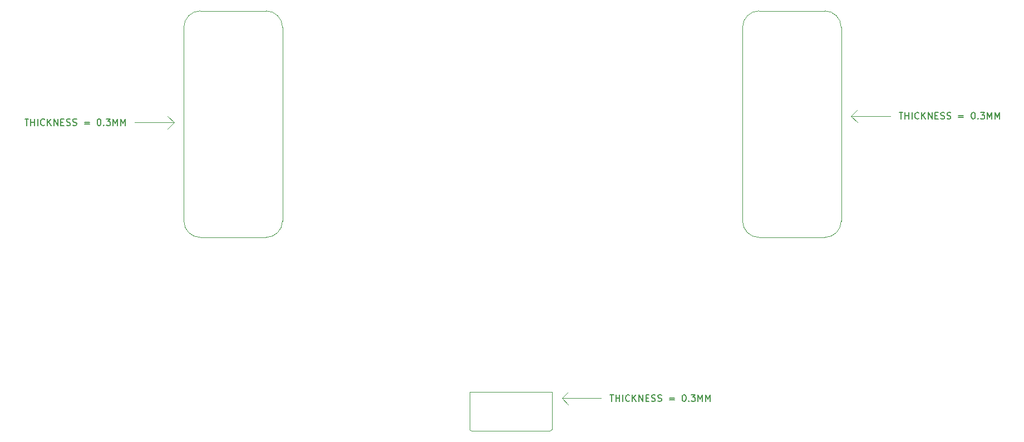
<source format=gbr>
%TF.GenerationSoftware,KiCad,Pcbnew,8.0.3-8.0.3-0~ubuntu23.10.1*%
%TF.CreationDate,2024-10-21T12:16:31-04:00*%
%TF.ProjectId,neck_electrode,6e65636b-5f65-46c6-9563-74726f64652e,rev?*%
%TF.SameCoordinates,Original*%
%TF.FileFunction,Other,User*%
%FSLAX46Y46*%
G04 Gerber Fmt 4.6, Leading zero omitted, Abs format (unit mm)*
G04 Created by KiCad (PCBNEW 8.0.3-8.0.3-0~ubuntu23.10.1) date 2024-10-21 12:16:31*
%MOMM*%
%LPD*%
G01*
G04 APERTURE LIST*
%ADD10C,0.100000*%
%ADD11C,0.150000*%
G04 APERTURE END LIST*
D10*
X185000000Y-94500000D02*
G75*
G02*
X182500000Y-92000000I0J2500000D01*
G01*
X100000000Y-94500000D02*
G75*
G02*
X97500000Y-92000000I0J2500000D01*
G01*
X195000000Y-60000000D02*
G75*
G02*
X197500000Y-62500000I0J-2500000D01*
G01*
X199000000Y-76000000D02*
X200000000Y-77000000D01*
X112500000Y-62500000D02*
X112500000Y-92000000D01*
X200000000Y-75000000D02*
X199000000Y-76000000D01*
X197500000Y-92000000D02*
G75*
G02*
X195000000Y-94500000I-2500000J0D01*
G01*
X90000000Y-77000000D02*
X96000000Y-77000000D01*
X155000000Y-119000000D02*
X156000000Y-118000000D01*
X205000000Y-76000000D02*
X199000000Y-76000000D01*
X182500000Y-92000000D02*
X182500000Y-62500000D01*
X185000000Y-60000000D02*
X195000000Y-60000000D01*
X199000000Y-76000000D02*
X200000000Y-75000000D01*
X110000000Y-60000000D02*
G75*
G02*
X112500000Y-62500000I0J-2500000D01*
G01*
X96000000Y-77000000D02*
X95000000Y-78000000D01*
X110000000Y-94500000D02*
X100000000Y-94500000D01*
X195000000Y-94500000D02*
X185000000Y-94500000D01*
X100000000Y-60000000D02*
X110000000Y-60000000D01*
X197500000Y-62500000D02*
X197500000Y-92000000D01*
X97500000Y-62500000D02*
G75*
G02*
X100000000Y-60000000I2500000J0D01*
G01*
X95000000Y-78000000D02*
X96000000Y-77000000D01*
X96000000Y-77000000D02*
X95000000Y-76000000D01*
X155000000Y-119000000D02*
X156000000Y-120000000D01*
X112500000Y-92000000D02*
G75*
G02*
X110000000Y-94500000I-2500000J0D01*
G01*
X161000000Y-119000000D02*
X155000000Y-119000000D01*
X182500000Y-62500000D02*
G75*
G02*
X185000000Y-60000000I2500000J0D01*
G01*
X156000000Y-118000000D02*
X155000000Y-119000000D01*
X97500000Y-92000000D02*
X97500000Y-62500000D01*
D11*
X162309524Y-118454819D02*
X162880952Y-118454819D01*
X162595238Y-119454819D02*
X162595238Y-118454819D01*
X163214286Y-119454819D02*
X163214286Y-118454819D01*
X163214286Y-118931009D02*
X163785714Y-118931009D01*
X163785714Y-119454819D02*
X163785714Y-118454819D01*
X164261905Y-119454819D02*
X164261905Y-118454819D01*
X165309523Y-119359580D02*
X165261904Y-119407200D01*
X165261904Y-119407200D02*
X165119047Y-119454819D01*
X165119047Y-119454819D02*
X165023809Y-119454819D01*
X165023809Y-119454819D02*
X164880952Y-119407200D01*
X164880952Y-119407200D02*
X164785714Y-119311961D01*
X164785714Y-119311961D02*
X164738095Y-119216723D01*
X164738095Y-119216723D02*
X164690476Y-119026247D01*
X164690476Y-119026247D02*
X164690476Y-118883390D01*
X164690476Y-118883390D02*
X164738095Y-118692914D01*
X164738095Y-118692914D02*
X164785714Y-118597676D01*
X164785714Y-118597676D02*
X164880952Y-118502438D01*
X164880952Y-118502438D02*
X165023809Y-118454819D01*
X165023809Y-118454819D02*
X165119047Y-118454819D01*
X165119047Y-118454819D02*
X165261904Y-118502438D01*
X165261904Y-118502438D02*
X165309523Y-118550057D01*
X165738095Y-119454819D02*
X165738095Y-118454819D01*
X166309523Y-119454819D02*
X165880952Y-118883390D01*
X166309523Y-118454819D02*
X165738095Y-119026247D01*
X166738095Y-119454819D02*
X166738095Y-118454819D01*
X166738095Y-118454819D02*
X167309523Y-119454819D01*
X167309523Y-119454819D02*
X167309523Y-118454819D01*
X167785714Y-118931009D02*
X168119047Y-118931009D01*
X168261904Y-119454819D02*
X167785714Y-119454819D01*
X167785714Y-119454819D02*
X167785714Y-118454819D01*
X167785714Y-118454819D02*
X168261904Y-118454819D01*
X168642857Y-119407200D02*
X168785714Y-119454819D01*
X168785714Y-119454819D02*
X169023809Y-119454819D01*
X169023809Y-119454819D02*
X169119047Y-119407200D01*
X169119047Y-119407200D02*
X169166666Y-119359580D01*
X169166666Y-119359580D02*
X169214285Y-119264342D01*
X169214285Y-119264342D02*
X169214285Y-119169104D01*
X169214285Y-119169104D02*
X169166666Y-119073866D01*
X169166666Y-119073866D02*
X169119047Y-119026247D01*
X169119047Y-119026247D02*
X169023809Y-118978628D01*
X169023809Y-118978628D02*
X168833333Y-118931009D01*
X168833333Y-118931009D02*
X168738095Y-118883390D01*
X168738095Y-118883390D02*
X168690476Y-118835771D01*
X168690476Y-118835771D02*
X168642857Y-118740533D01*
X168642857Y-118740533D02*
X168642857Y-118645295D01*
X168642857Y-118645295D02*
X168690476Y-118550057D01*
X168690476Y-118550057D02*
X168738095Y-118502438D01*
X168738095Y-118502438D02*
X168833333Y-118454819D01*
X168833333Y-118454819D02*
X169071428Y-118454819D01*
X169071428Y-118454819D02*
X169214285Y-118502438D01*
X169595238Y-119407200D02*
X169738095Y-119454819D01*
X169738095Y-119454819D02*
X169976190Y-119454819D01*
X169976190Y-119454819D02*
X170071428Y-119407200D01*
X170071428Y-119407200D02*
X170119047Y-119359580D01*
X170119047Y-119359580D02*
X170166666Y-119264342D01*
X170166666Y-119264342D02*
X170166666Y-119169104D01*
X170166666Y-119169104D02*
X170119047Y-119073866D01*
X170119047Y-119073866D02*
X170071428Y-119026247D01*
X170071428Y-119026247D02*
X169976190Y-118978628D01*
X169976190Y-118978628D02*
X169785714Y-118931009D01*
X169785714Y-118931009D02*
X169690476Y-118883390D01*
X169690476Y-118883390D02*
X169642857Y-118835771D01*
X169642857Y-118835771D02*
X169595238Y-118740533D01*
X169595238Y-118740533D02*
X169595238Y-118645295D01*
X169595238Y-118645295D02*
X169642857Y-118550057D01*
X169642857Y-118550057D02*
X169690476Y-118502438D01*
X169690476Y-118502438D02*
X169785714Y-118454819D01*
X169785714Y-118454819D02*
X170023809Y-118454819D01*
X170023809Y-118454819D02*
X170166666Y-118502438D01*
X171357143Y-118931009D02*
X172119048Y-118931009D01*
X172119048Y-119216723D02*
X171357143Y-119216723D01*
X173547619Y-118454819D02*
X173642857Y-118454819D01*
X173642857Y-118454819D02*
X173738095Y-118502438D01*
X173738095Y-118502438D02*
X173785714Y-118550057D01*
X173785714Y-118550057D02*
X173833333Y-118645295D01*
X173833333Y-118645295D02*
X173880952Y-118835771D01*
X173880952Y-118835771D02*
X173880952Y-119073866D01*
X173880952Y-119073866D02*
X173833333Y-119264342D01*
X173833333Y-119264342D02*
X173785714Y-119359580D01*
X173785714Y-119359580D02*
X173738095Y-119407200D01*
X173738095Y-119407200D02*
X173642857Y-119454819D01*
X173642857Y-119454819D02*
X173547619Y-119454819D01*
X173547619Y-119454819D02*
X173452381Y-119407200D01*
X173452381Y-119407200D02*
X173404762Y-119359580D01*
X173404762Y-119359580D02*
X173357143Y-119264342D01*
X173357143Y-119264342D02*
X173309524Y-119073866D01*
X173309524Y-119073866D02*
X173309524Y-118835771D01*
X173309524Y-118835771D02*
X173357143Y-118645295D01*
X173357143Y-118645295D02*
X173404762Y-118550057D01*
X173404762Y-118550057D02*
X173452381Y-118502438D01*
X173452381Y-118502438D02*
X173547619Y-118454819D01*
X174309524Y-119359580D02*
X174357143Y-119407200D01*
X174357143Y-119407200D02*
X174309524Y-119454819D01*
X174309524Y-119454819D02*
X174261905Y-119407200D01*
X174261905Y-119407200D02*
X174309524Y-119359580D01*
X174309524Y-119359580D02*
X174309524Y-119454819D01*
X174690476Y-118454819D02*
X175309523Y-118454819D01*
X175309523Y-118454819D02*
X174976190Y-118835771D01*
X174976190Y-118835771D02*
X175119047Y-118835771D01*
X175119047Y-118835771D02*
X175214285Y-118883390D01*
X175214285Y-118883390D02*
X175261904Y-118931009D01*
X175261904Y-118931009D02*
X175309523Y-119026247D01*
X175309523Y-119026247D02*
X175309523Y-119264342D01*
X175309523Y-119264342D02*
X175261904Y-119359580D01*
X175261904Y-119359580D02*
X175214285Y-119407200D01*
X175214285Y-119407200D02*
X175119047Y-119454819D01*
X175119047Y-119454819D02*
X174833333Y-119454819D01*
X174833333Y-119454819D02*
X174738095Y-119407200D01*
X174738095Y-119407200D02*
X174690476Y-119359580D01*
X175738095Y-119454819D02*
X175738095Y-118454819D01*
X175738095Y-118454819D02*
X176071428Y-119169104D01*
X176071428Y-119169104D02*
X176404761Y-118454819D01*
X176404761Y-118454819D02*
X176404761Y-119454819D01*
X176880952Y-119454819D02*
X176880952Y-118454819D01*
X176880952Y-118454819D02*
X177214285Y-119169104D01*
X177214285Y-119169104D02*
X177547618Y-118454819D01*
X177547618Y-118454819D02*
X177547618Y-119454819D01*
X206309524Y-75454819D02*
X206880952Y-75454819D01*
X206595238Y-76454819D02*
X206595238Y-75454819D01*
X207214286Y-76454819D02*
X207214286Y-75454819D01*
X207214286Y-75931009D02*
X207785714Y-75931009D01*
X207785714Y-76454819D02*
X207785714Y-75454819D01*
X208261905Y-76454819D02*
X208261905Y-75454819D01*
X209309523Y-76359580D02*
X209261904Y-76407200D01*
X209261904Y-76407200D02*
X209119047Y-76454819D01*
X209119047Y-76454819D02*
X209023809Y-76454819D01*
X209023809Y-76454819D02*
X208880952Y-76407200D01*
X208880952Y-76407200D02*
X208785714Y-76311961D01*
X208785714Y-76311961D02*
X208738095Y-76216723D01*
X208738095Y-76216723D02*
X208690476Y-76026247D01*
X208690476Y-76026247D02*
X208690476Y-75883390D01*
X208690476Y-75883390D02*
X208738095Y-75692914D01*
X208738095Y-75692914D02*
X208785714Y-75597676D01*
X208785714Y-75597676D02*
X208880952Y-75502438D01*
X208880952Y-75502438D02*
X209023809Y-75454819D01*
X209023809Y-75454819D02*
X209119047Y-75454819D01*
X209119047Y-75454819D02*
X209261904Y-75502438D01*
X209261904Y-75502438D02*
X209309523Y-75550057D01*
X209738095Y-76454819D02*
X209738095Y-75454819D01*
X210309523Y-76454819D02*
X209880952Y-75883390D01*
X210309523Y-75454819D02*
X209738095Y-76026247D01*
X210738095Y-76454819D02*
X210738095Y-75454819D01*
X210738095Y-75454819D02*
X211309523Y-76454819D01*
X211309523Y-76454819D02*
X211309523Y-75454819D01*
X211785714Y-75931009D02*
X212119047Y-75931009D01*
X212261904Y-76454819D02*
X211785714Y-76454819D01*
X211785714Y-76454819D02*
X211785714Y-75454819D01*
X211785714Y-75454819D02*
X212261904Y-75454819D01*
X212642857Y-76407200D02*
X212785714Y-76454819D01*
X212785714Y-76454819D02*
X213023809Y-76454819D01*
X213023809Y-76454819D02*
X213119047Y-76407200D01*
X213119047Y-76407200D02*
X213166666Y-76359580D01*
X213166666Y-76359580D02*
X213214285Y-76264342D01*
X213214285Y-76264342D02*
X213214285Y-76169104D01*
X213214285Y-76169104D02*
X213166666Y-76073866D01*
X213166666Y-76073866D02*
X213119047Y-76026247D01*
X213119047Y-76026247D02*
X213023809Y-75978628D01*
X213023809Y-75978628D02*
X212833333Y-75931009D01*
X212833333Y-75931009D02*
X212738095Y-75883390D01*
X212738095Y-75883390D02*
X212690476Y-75835771D01*
X212690476Y-75835771D02*
X212642857Y-75740533D01*
X212642857Y-75740533D02*
X212642857Y-75645295D01*
X212642857Y-75645295D02*
X212690476Y-75550057D01*
X212690476Y-75550057D02*
X212738095Y-75502438D01*
X212738095Y-75502438D02*
X212833333Y-75454819D01*
X212833333Y-75454819D02*
X213071428Y-75454819D01*
X213071428Y-75454819D02*
X213214285Y-75502438D01*
X213595238Y-76407200D02*
X213738095Y-76454819D01*
X213738095Y-76454819D02*
X213976190Y-76454819D01*
X213976190Y-76454819D02*
X214071428Y-76407200D01*
X214071428Y-76407200D02*
X214119047Y-76359580D01*
X214119047Y-76359580D02*
X214166666Y-76264342D01*
X214166666Y-76264342D02*
X214166666Y-76169104D01*
X214166666Y-76169104D02*
X214119047Y-76073866D01*
X214119047Y-76073866D02*
X214071428Y-76026247D01*
X214071428Y-76026247D02*
X213976190Y-75978628D01*
X213976190Y-75978628D02*
X213785714Y-75931009D01*
X213785714Y-75931009D02*
X213690476Y-75883390D01*
X213690476Y-75883390D02*
X213642857Y-75835771D01*
X213642857Y-75835771D02*
X213595238Y-75740533D01*
X213595238Y-75740533D02*
X213595238Y-75645295D01*
X213595238Y-75645295D02*
X213642857Y-75550057D01*
X213642857Y-75550057D02*
X213690476Y-75502438D01*
X213690476Y-75502438D02*
X213785714Y-75454819D01*
X213785714Y-75454819D02*
X214023809Y-75454819D01*
X214023809Y-75454819D02*
X214166666Y-75502438D01*
X215357143Y-75931009D02*
X216119048Y-75931009D01*
X216119048Y-76216723D02*
X215357143Y-76216723D01*
X217547619Y-75454819D02*
X217642857Y-75454819D01*
X217642857Y-75454819D02*
X217738095Y-75502438D01*
X217738095Y-75502438D02*
X217785714Y-75550057D01*
X217785714Y-75550057D02*
X217833333Y-75645295D01*
X217833333Y-75645295D02*
X217880952Y-75835771D01*
X217880952Y-75835771D02*
X217880952Y-76073866D01*
X217880952Y-76073866D02*
X217833333Y-76264342D01*
X217833333Y-76264342D02*
X217785714Y-76359580D01*
X217785714Y-76359580D02*
X217738095Y-76407200D01*
X217738095Y-76407200D02*
X217642857Y-76454819D01*
X217642857Y-76454819D02*
X217547619Y-76454819D01*
X217547619Y-76454819D02*
X217452381Y-76407200D01*
X217452381Y-76407200D02*
X217404762Y-76359580D01*
X217404762Y-76359580D02*
X217357143Y-76264342D01*
X217357143Y-76264342D02*
X217309524Y-76073866D01*
X217309524Y-76073866D02*
X217309524Y-75835771D01*
X217309524Y-75835771D02*
X217357143Y-75645295D01*
X217357143Y-75645295D02*
X217404762Y-75550057D01*
X217404762Y-75550057D02*
X217452381Y-75502438D01*
X217452381Y-75502438D02*
X217547619Y-75454819D01*
X218309524Y-76359580D02*
X218357143Y-76407200D01*
X218357143Y-76407200D02*
X218309524Y-76454819D01*
X218309524Y-76454819D02*
X218261905Y-76407200D01*
X218261905Y-76407200D02*
X218309524Y-76359580D01*
X218309524Y-76359580D02*
X218309524Y-76454819D01*
X218690476Y-75454819D02*
X219309523Y-75454819D01*
X219309523Y-75454819D02*
X218976190Y-75835771D01*
X218976190Y-75835771D02*
X219119047Y-75835771D01*
X219119047Y-75835771D02*
X219214285Y-75883390D01*
X219214285Y-75883390D02*
X219261904Y-75931009D01*
X219261904Y-75931009D02*
X219309523Y-76026247D01*
X219309523Y-76026247D02*
X219309523Y-76264342D01*
X219309523Y-76264342D02*
X219261904Y-76359580D01*
X219261904Y-76359580D02*
X219214285Y-76407200D01*
X219214285Y-76407200D02*
X219119047Y-76454819D01*
X219119047Y-76454819D02*
X218833333Y-76454819D01*
X218833333Y-76454819D02*
X218738095Y-76407200D01*
X218738095Y-76407200D02*
X218690476Y-76359580D01*
X219738095Y-76454819D02*
X219738095Y-75454819D01*
X219738095Y-75454819D02*
X220071428Y-76169104D01*
X220071428Y-76169104D02*
X220404761Y-75454819D01*
X220404761Y-75454819D02*
X220404761Y-76454819D01*
X220880952Y-76454819D02*
X220880952Y-75454819D01*
X220880952Y-75454819D02*
X221214285Y-76169104D01*
X221214285Y-76169104D02*
X221547618Y-75454819D01*
X221547618Y-75454819D02*
X221547618Y-76454819D01*
X73309524Y-76454819D02*
X73880952Y-76454819D01*
X73595238Y-77454819D02*
X73595238Y-76454819D01*
X74214286Y-77454819D02*
X74214286Y-76454819D01*
X74214286Y-76931009D02*
X74785714Y-76931009D01*
X74785714Y-77454819D02*
X74785714Y-76454819D01*
X75261905Y-77454819D02*
X75261905Y-76454819D01*
X76309523Y-77359580D02*
X76261904Y-77407200D01*
X76261904Y-77407200D02*
X76119047Y-77454819D01*
X76119047Y-77454819D02*
X76023809Y-77454819D01*
X76023809Y-77454819D02*
X75880952Y-77407200D01*
X75880952Y-77407200D02*
X75785714Y-77311961D01*
X75785714Y-77311961D02*
X75738095Y-77216723D01*
X75738095Y-77216723D02*
X75690476Y-77026247D01*
X75690476Y-77026247D02*
X75690476Y-76883390D01*
X75690476Y-76883390D02*
X75738095Y-76692914D01*
X75738095Y-76692914D02*
X75785714Y-76597676D01*
X75785714Y-76597676D02*
X75880952Y-76502438D01*
X75880952Y-76502438D02*
X76023809Y-76454819D01*
X76023809Y-76454819D02*
X76119047Y-76454819D01*
X76119047Y-76454819D02*
X76261904Y-76502438D01*
X76261904Y-76502438D02*
X76309523Y-76550057D01*
X76738095Y-77454819D02*
X76738095Y-76454819D01*
X77309523Y-77454819D02*
X76880952Y-76883390D01*
X77309523Y-76454819D02*
X76738095Y-77026247D01*
X77738095Y-77454819D02*
X77738095Y-76454819D01*
X77738095Y-76454819D02*
X78309523Y-77454819D01*
X78309523Y-77454819D02*
X78309523Y-76454819D01*
X78785714Y-76931009D02*
X79119047Y-76931009D01*
X79261904Y-77454819D02*
X78785714Y-77454819D01*
X78785714Y-77454819D02*
X78785714Y-76454819D01*
X78785714Y-76454819D02*
X79261904Y-76454819D01*
X79642857Y-77407200D02*
X79785714Y-77454819D01*
X79785714Y-77454819D02*
X80023809Y-77454819D01*
X80023809Y-77454819D02*
X80119047Y-77407200D01*
X80119047Y-77407200D02*
X80166666Y-77359580D01*
X80166666Y-77359580D02*
X80214285Y-77264342D01*
X80214285Y-77264342D02*
X80214285Y-77169104D01*
X80214285Y-77169104D02*
X80166666Y-77073866D01*
X80166666Y-77073866D02*
X80119047Y-77026247D01*
X80119047Y-77026247D02*
X80023809Y-76978628D01*
X80023809Y-76978628D02*
X79833333Y-76931009D01*
X79833333Y-76931009D02*
X79738095Y-76883390D01*
X79738095Y-76883390D02*
X79690476Y-76835771D01*
X79690476Y-76835771D02*
X79642857Y-76740533D01*
X79642857Y-76740533D02*
X79642857Y-76645295D01*
X79642857Y-76645295D02*
X79690476Y-76550057D01*
X79690476Y-76550057D02*
X79738095Y-76502438D01*
X79738095Y-76502438D02*
X79833333Y-76454819D01*
X79833333Y-76454819D02*
X80071428Y-76454819D01*
X80071428Y-76454819D02*
X80214285Y-76502438D01*
X80595238Y-77407200D02*
X80738095Y-77454819D01*
X80738095Y-77454819D02*
X80976190Y-77454819D01*
X80976190Y-77454819D02*
X81071428Y-77407200D01*
X81071428Y-77407200D02*
X81119047Y-77359580D01*
X81119047Y-77359580D02*
X81166666Y-77264342D01*
X81166666Y-77264342D02*
X81166666Y-77169104D01*
X81166666Y-77169104D02*
X81119047Y-77073866D01*
X81119047Y-77073866D02*
X81071428Y-77026247D01*
X81071428Y-77026247D02*
X80976190Y-76978628D01*
X80976190Y-76978628D02*
X80785714Y-76931009D01*
X80785714Y-76931009D02*
X80690476Y-76883390D01*
X80690476Y-76883390D02*
X80642857Y-76835771D01*
X80642857Y-76835771D02*
X80595238Y-76740533D01*
X80595238Y-76740533D02*
X80595238Y-76645295D01*
X80595238Y-76645295D02*
X80642857Y-76550057D01*
X80642857Y-76550057D02*
X80690476Y-76502438D01*
X80690476Y-76502438D02*
X80785714Y-76454819D01*
X80785714Y-76454819D02*
X81023809Y-76454819D01*
X81023809Y-76454819D02*
X81166666Y-76502438D01*
X82357143Y-76931009D02*
X83119048Y-76931009D01*
X83119048Y-77216723D02*
X82357143Y-77216723D01*
X84547619Y-76454819D02*
X84642857Y-76454819D01*
X84642857Y-76454819D02*
X84738095Y-76502438D01*
X84738095Y-76502438D02*
X84785714Y-76550057D01*
X84785714Y-76550057D02*
X84833333Y-76645295D01*
X84833333Y-76645295D02*
X84880952Y-76835771D01*
X84880952Y-76835771D02*
X84880952Y-77073866D01*
X84880952Y-77073866D02*
X84833333Y-77264342D01*
X84833333Y-77264342D02*
X84785714Y-77359580D01*
X84785714Y-77359580D02*
X84738095Y-77407200D01*
X84738095Y-77407200D02*
X84642857Y-77454819D01*
X84642857Y-77454819D02*
X84547619Y-77454819D01*
X84547619Y-77454819D02*
X84452381Y-77407200D01*
X84452381Y-77407200D02*
X84404762Y-77359580D01*
X84404762Y-77359580D02*
X84357143Y-77264342D01*
X84357143Y-77264342D02*
X84309524Y-77073866D01*
X84309524Y-77073866D02*
X84309524Y-76835771D01*
X84309524Y-76835771D02*
X84357143Y-76645295D01*
X84357143Y-76645295D02*
X84404762Y-76550057D01*
X84404762Y-76550057D02*
X84452381Y-76502438D01*
X84452381Y-76502438D02*
X84547619Y-76454819D01*
X85309524Y-77359580D02*
X85357143Y-77407200D01*
X85357143Y-77407200D02*
X85309524Y-77454819D01*
X85309524Y-77454819D02*
X85261905Y-77407200D01*
X85261905Y-77407200D02*
X85309524Y-77359580D01*
X85309524Y-77359580D02*
X85309524Y-77454819D01*
X85690476Y-76454819D02*
X86309523Y-76454819D01*
X86309523Y-76454819D02*
X85976190Y-76835771D01*
X85976190Y-76835771D02*
X86119047Y-76835771D01*
X86119047Y-76835771D02*
X86214285Y-76883390D01*
X86214285Y-76883390D02*
X86261904Y-76931009D01*
X86261904Y-76931009D02*
X86309523Y-77026247D01*
X86309523Y-77026247D02*
X86309523Y-77264342D01*
X86309523Y-77264342D02*
X86261904Y-77359580D01*
X86261904Y-77359580D02*
X86214285Y-77407200D01*
X86214285Y-77407200D02*
X86119047Y-77454819D01*
X86119047Y-77454819D02*
X85833333Y-77454819D01*
X85833333Y-77454819D02*
X85738095Y-77407200D01*
X85738095Y-77407200D02*
X85690476Y-77359580D01*
X86738095Y-77454819D02*
X86738095Y-76454819D01*
X86738095Y-76454819D02*
X87071428Y-77169104D01*
X87071428Y-77169104D02*
X87404761Y-76454819D01*
X87404761Y-76454819D02*
X87404761Y-77454819D01*
X87880952Y-77454819D02*
X87880952Y-76454819D01*
X87880952Y-76454819D02*
X88214285Y-77169104D01*
X88214285Y-77169104D02*
X88547618Y-76454819D01*
X88547618Y-76454819D02*
X88547618Y-77454819D01*
D10*
%TO.C,J1*%
X141000000Y-118000000D02*
X153500000Y-118000000D01*
X141000000Y-123700000D02*
X141000000Y-118000000D01*
X153200000Y-124000000D02*
X141300000Y-124000000D01*
X153500000Y-118000000D02*
X153500000Y-123700000D01*
X141300000Y-124000000D02*
G75*
G02*
X141000000Y-123700000I0J300000D01*
G01*
X153500000Y-123700000D02*
G75*
G02*
X153200000Y-124000000I-300000J0D01*
G01*
%TD*%
M02*

</source>
